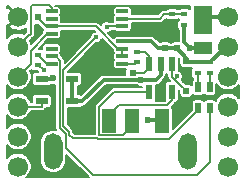
<source format=gbr>
G04 #@! TF.GenerationSoftware,KiCad,Pcbnew,(5.1.9-0-10_14)*
G04 #@! TF.CreationDate,2021-02-12T10:42:39+01:00*
G04 #@! TF.ProjectId,l0_USBA,6c305f55-5342-4412-9e6b-696361645f70,rev?*
G04 #@! TF.SameCoordinates,Original*
G04 #@! TF.FileFunction,Copper,L1,Top*
G04 #@! TF.FilePolarity,Positive*
%FSLAX46Y46*%
G04 Gerber Fmt 4.6, Leading zero omitted, Abs format (unit mm)*
G04 Created by KiCad (PCBNEW (5.1.9-0-10_14)) date 2021-02-12 10:42:39*
%MOMM*%
%LPD*%
G01*
G04 APERTURE LIST*
G04 #@! TA.AperFunction,SMDPad,CuDef*
%ADD10R,1.200000X2.000000*%
G04 #@! TD*
G04 #@! TA.AperFunction,SMDPad,CuDef*
%ADD11R,0.600000X1.200000*%
G04 #@! TD*
G04 #@! TA.AperFunction,SMDPad,CuDef*
%ADD12R,1.000000X0.300000*%
G04 #@! TD*
G04 #@! TA.AperFunction,SMDPad,CuDef*
%ADD13R,1.500000X2.410000*%
G04 #@! TD*
G04 #@! TA.AperFunction,SMDPad,CuDef*
%ADD14R,1.500000X1.050000*%
G04 #@! TD*
G04 #@! TA.AperFunction,SMDPad,CuDef*
%ADD15R,0.500000X0.850000*%
G04 #@! TD*
G04 #@! TA.AperFunction,ComponentPad*
%ADD16C,1.700000*%
G04 #@! TD*
G04 #@! TA.AperFunction,SMDPad,CuDef*
%ADD17R,0.500000X0.600000*%
G04 #@! TD*
G04 #@! TA.AperFunction,SMDPad,CuDef*
%ADD18R,0.600000X0.500000*%
G04 #@! TD*
G04 #@! TA.AperFunction,SMDPad,CuDef*
%ADD19R,0.600000X0.400000*%
G04 #@! TD*
G04 #@! TA.AperFunction,SMDPad,CuDef*
%ADD20R,1.100000X0.600000*%
G04 #@! TD*
G04 #@! TA.AperFunction,ViaPad*
%ADD21C,0.400000*%
G04 #@! TD*
G04 #@! TA.AperFunction,ViaPad*
%ADD22C,0.600000*%
G04 #@! TD*
G04 #@! TA.AperFunction,Conductor*
%ADD23C,0.150000*%
G04 #@! TD*
G04 #@! TA.AperFunction,Conductor*
%ADD24C,0.300000*%
G04 #@! TD*
G04 #@! TA.AperFunction,Conductor*
%ADD25C,0.200000*%
G04 #@! TD*
G04 #@! TA.AperFunction,Conductor*
%ADD26C,0.100000*%
G04 #@! TD*
G04 APERTURE END LIST*
D10*
X93800000Y-116150000D03*
X91800000Y-116150000D03*
X96300000Y-116150000D03*
X89300000Y-116150000D03*
G04 #@! TA.AperFunction,WasherPad*
G36*
G01*
X97700000Y-119500000D02*
X97700000Y-118000000D01*
G75*
G02*
X98500000Y-117200000I800000J0D01*
G01*
X98500000Y-117200000D01*
G75*
G02*
X99300000Y-118000000I0J-800000D01*
G01*
X99300000Y-119500000D01*
G75*
G02*
X98500000Y-120300000I-800000J0D01*
G01*
X98500000Y-120300000D01*
G75*
G02*
X97700000Y-119500000I0J800000D01*
G01*
G37*
G04 #@! TD.AperFunction*
G04 #@! TA.AperFunction,WasherPad*
G36*
G01*
X86300000Y-119500000D02*
X86300000Y-118000000D01*
G75*
G02*
X87100000Y-117200000I800000J0D01*
G01*
X87100000Y-117200000D01*
G75*
G02*
X87900000Y-118000000I0J-800000D01*
G01*
X87900000Y-119500000D01*
G75*
G02*
X87100000Y-120300000I-800000J0D01*
G01*
X87100000Y-120300000D01*
G75*
G02*
X86300000Y-119500000I0J800000D01*
G01*
G37*
G04 #@! TD.AperFunction*
D11*
X97135000Y-111377000D03*
X96185000Y-111377000D03*
X95235000Y-111377000D03*
X97135000Y-113677000D03*
X96185000Y-113677000D03*
X95235000Y-113677000D03*
D12*
X92959200Y-106880500D03*
X92959200Y-107515500D03*
X92959200Y-108150500D03*
X92959200Y-108785500D03*
X92959200Y-109420500D03*
X92959200Y-110055500D03*
X92959200Y-110690500D03*
X92959200Y-111325500D03*
X86964800Y-111325500D03*
X86964800Y-110690500D03*
X86964800Y-110055500D03*
X86964800Y-109420500D03*
X86964800Y-108785500D03*
X86964800Y-108150500D03*
X86964800Y-107515500D03*
X86964800Y-106880500D03*
D13*
X99741000Y-107613000D03*
D14*
X99741000Y-109988000D03*
D15*
X99360500Y-113308000D03*
X99360500Y-115058000D03*
X100360500Y-113308000D03*
X100360500Y-115058000D03*
D16*
X101887500Y-109865000D03*
X101887500Y-107325000D03*
X101887500Y-117485000D03*
X101887500Y-112405000D03*
X101887500Y-120025000D03*
X84112500Y-107325000D03*
X84112500Y-117485000D03*
X84112500Y-112405000D03*
X101887500Y-114945000D03*
X84112500Y-114945000D03*
X84112500Y-120025000D03*
X84112500Y-109865000D03*
D17*
X98344000Y-111088000D03*
X98344000Y-112188000D03*
X97574500Y-110034000D03*
X97574500Y-108934000D03*
X96558500Y-110034000D03*
X96558500Y-108934000D03*
X85771000Y-107405000D03*
X85771000Y-108505000D03*
X98344000Y-113628000D03*
X98344000Y-114728000D03*
D18*
X93814000Y-112146000D03*
X92714000Y-112146000D03*
D19*
X100368500Y-112093000D03*
X100368500Y-111193000D03*
X99352500Y-112093000D03*
X99352500Y-111193000D03*
X97193500Y-107129000D03*
X97193500Y-108029000D03*
X98209500Y-108029000D03*
X98209500Y-107129000D03*
X94153000Y-110299000D03*
X94153000Y-111199000D03*
X85771000Y-111453000D03*
X85771000Y-110553000D03*
D20*
X86114500Y-112593000D03*
X86114500Y-113543000D03*
X86114500Y-114493000D03*
X88714500Y-114493000D03*
X88714500Y-112593000D03*
D21*
X85812500Y-117993000D03*
X96693000Y-112654000D03*
X91732500Y-107325000D03*
X98344000Y-112908000D03*
X90300000Y-115100000D03*
X85390000Y-109352000D03*
X90978000Y-111130000D03*
X88565000Y-109225000D03*
X95042000Y-108209000D03*
X98150000Y-115600000D03*
X91613000Y-108209000D03*
X90724000Y-109098000D03*
D22*
X87114478Y-112527000D03*
X98691000Y-109988000D03*
D21*
X86279000Y-111892000D03*
X97582000Y-112400000D03*
D22*
X95150000Y-116050000D03*
X94553999Y-112696001D03*
D23*
X84962499Y-109015001D02*
X84112500Y-109865000D01*
X85187501Y-108789999D02*
X84962499Y-109015001D01*
X85187501Y-106525497D02*
X85187501Y-108789999D01*
X85340999Y-106371999D02*
X85187501Y-106525497D01*
X86964800Y-106580500D02*
X86756299Y-106371999D01*
X86756299Y-106371999D02*
X85340999Y-106371999D01*
X86964800Y-106880500D02*
X86964800Y-106580500D01*
X92609200Y-110055500D02*
X92959200Y-110055500D01*
X90704200Y-108150500D02*
X92609200Y-110055500D01*
X86964800Y-108150500D02*
X90704200Y-108150500D01*
X92959200Y-110690500D02*
X92959200Y-110055500D01*
X86466500Y-108150500D02*
X86964800Y-108150500D01*
X85771000Y-107455000D02*
X86466500Y-108150500D01*
X85771000Y-107405000D02*
X85771000Y-107455000D01*
X85187501Y-111329999D02*
X85187501Y-110212799D01*
X86614800Y-108785500D02*
X86964800Y-108785500D01*
X85187501Y-110212799D02*
X86614800Y-108785500D01*
X84112500Y-112405000D02*
X85187501Y-111329999D01*
X85771000Y-108971000D02*
X85390000Y-109352000D01*
X85771000Y-108505000D02*
X85771000Y-108971000D01*
X99233000Y-120782000D02*
X90470000Y-120782000D01*
X87639488Y-111705814D02*
X87689801Y-111655501D01*
X100360500Y-115058000D02*
X100360500Y-119654500D01*
X87689801Y-111065501D02*
X87314800Y-110690500D01*
X88174988Y-117454269D02*
X88174988Y-117260267D01*
X87689801Y-111655501D02*
X87689801Y-111065501D01*
X100360500Y-119654500D02*
X99233000Y-120782000D01*
X90470000Y-120782000D02*
X88182481Y-118494481D01*
X87314800Y-110690500D02*
X86964800Y-110690500D01*
X88182481Y-118494481D02*
X88182481Y-117461762D01*
X87639488Y-116724766D02*
X87639488Y-111705814D01*
X88174988Y-117260267D02*
X87639488Y-116724766D01*
X88182481Y-117461762D02*
X88174988Y-117454269D01*
X86614800Y-111325500D02*
X86964800Y-111325500D01*
X85842300Y-110553000D02*
X86614800Y-111325500D01*
X85771000Y-110553000D02*
X85842300Y-110553000D01*
X94026500Y-111325500D02*
X94153000Y-111199000D01*
X92959200Y-111325500D02*
X94026500Y-111325500D01*
D24*
X97574500Y-110034000D02*
X96558500Y-110034000D01*
X101887500Y-109865000D02*
X101696500Y-109865000D01*
X93759200Y-109420500D02*
X92959200Y-109420500D01*
X95395000Y-109420500D02*
X93759200Y-109420500D01*
X101696500Y-109865000D02*
X100368500Y-111193000D01*
X96558500Y-110034000D02*
X96008500Y-110034000D01*
X99352500Y-111193000D02*
X98449000Y-111193000D01*
X98449000Y-111193000D02*
X98344000Y-111088000D01*
X96008500Y-110034000D02*
X95395000Y-109420500D01*
X100368500Y-111193000D02*
X99352500Y-111193000D01*
X98344000Y-111088000D02*
X98344000Y-110803500D01*
X98344000Y-110803500D02*
X97574500Y-110034000D01*
D23*
X91671500Y-108150500D02*
X91613000Y-108209000D01*
X92959200Y-108150500D02*
X91671500Y-108150500D01*
X99360500Y-115233000D02*
X99360500Y-115058000D01*
X90895731Y-117675011D02*
X96918489Y-117675011D01*
X90827720Y-117607000D02*
X90895731Y-117675011D01*
X88751998Y-117607000D02*
X90827720Y-117607000D01*
X88474999Y-117330001D02*
X88751998Y-117607000D01*
X96918489Y-117675011D02*
X99360500Y-115233000D01*
X87939499Y-116600498D02*
X88474999Y-117135999D01*
X87939499Y-111882501D02*
X87939499Y-116600498D01*
X88474999Y-117135999D02*
X88474999Y-117330001D01*
X90724000Y-109098000D02*
X87939499Y-111882501D01*
X92959200Y-107515500D02*
X96116500Y-107515500D01*
X96503000Y-107129000D02*
X97193500Y-107129000D01*
X96116500Y-107515500D02*
X96503000Y-107129000D01*
X98209500Y-107129000D02*
X97193500Y-107129000D01*
D24*
X100029000Y-107325000D02*
X99741000Y-107613000D01*
X101887500Y-107325000D02*
X100029000Y-107325000D01*
X98209500Y-108529000D02*
X98209500Y-108029000D01*
X98209500Y-109506500D02*
X98209500Y-108529000D01*
X98691000Y-109988000D02*
X98209500Y-109506500D01*
X99741000Y-109988000D02*
X98691000Y-109988000D01*
X87048478Y-112593000D02*
X87114478Y-112527000D01*
X86114500Y-112593000D02*
X87048478Y-112593000D01*
D23*
X95235000Y-111677000D02*
X95235000Y-111377000D01*
X94766000Y-112146000D02*
X95235000Y-111677000D01*
X93814000Y-112146000D02*
X94766000Y-112146000D01*
X94603000Y-110299000D02*
X94153000Y-110299000D01*
X95235000Y-110627000D02*
X94907000Y-110299000D01*
X94907000Y-110299000D02*
X94603000Y-110299000D01*
X95235000Y-111377000D02*
X95235000Y-110627000D01*
X97944000Y-113178000D02*
X98344000Y-113578000D01*
X98344000Y-113578000D02*
X98344000Y-113628000D01*
X97894000Y-113178000D02*
X97944000Y-113178000D01*
X97135000Y-111377000D02*
X97135000Y-112419000D01*
X85840000Y-111453000D02*
X86279000Y-111892000D01*
X85771000Y-111453000D02*
X85840000Y-111453000D01*
X97340001Y-112599999D02*
X97328000Y-112612000D01*
X97382001Y-112599999D02*
X97340001Y-112599999D01*
X97582000Y-112400000D02*
X97382001Y-112599999D01*
X97328000Y-112612000D02*
X97894000Y-113178000D01*
X97135000Y-112419000D02*
X97328000Y-112612000D01*
X99352500Y-113300000D02*
X99360500Y-113308000D01*
X99352500Y-112093000D02*
X99352500Y-113300000D01*
X100368500Y-113300000D02*
X100360500Y-113308000D01*
X100368500Y-112093000D02*
X100368500Y-113300000D01*
X86114500Y-114943000D02*
X86114500Y-114493000D01*
X86112500Y-114945000D02*
X86114500Y-114943000D01*
X84112500Y-114945000D02*
X86112500Y-114945000D01*
X93800000Y-116550000D02*
X93800000Y-116150000D01*
X92974999Y-117375001D02*
X93800000Y-116550000D01*
X92267998Y-113677000D02*
X90974999Y-114969999D01*
X91019999Y-117375001D02*
X92974999Y-117375001D01*
X95235000Y-113677000D02*
X92267998Y-113677000D01*
X90974999Y-117330001D02*
X91019999Y-117375001D01*
X90974999Y-114969999D02*
X90974999Y-117330001D01*
X97135000Y-114427000D02*
X96749000Y-114813000D01*
X97135000Y-113677000D02*
X97135000Y-114427000D01*
X96749000Y-114813000D02*
X92637000Y-114813000D01*
X91800000Y-115650000D02*
X91800000Y-116150000D01*
X92637000Y-114813000D02*
X91800000Y-115650000D01*
D24*
X88714500Y-114493000D02*
X88714500Y-112593000D01*
X89564500Y-114493000D02*
X88714500Y-114493000D01*
X91361499Y-112696001D02*
X89564500Y-114493000D01*
X96185000Y-112277000D02*
X95765999Y-112696001D01*
X96185000Y-111377000D02*
X96185000Y-112277000D01*
X91361499Y-112696001D02*
X94553999Y-112696001D01*
X94553999Y-112696001D02*
X95765999Y-112696001D01*
X96200000Y-116050000D02*
X96300000Y-116150000D01*
X95150000Y-116050000D02*
X96200000Y-116050000D01*
D25*
X85257842Y-111866158D02*
X85303523Y-111903647D01*
X85355640Y-111931504D01*
X85412190Y-111948659D01*
X85471000Y-111954451D01*
X85781627Y-111954451D01*
X85789006Y-111991549D01*
X85564500Y-111991549D01*
X85505690Y-111997341D01*
X85449140Y-112014496D01*
X85397023Y-112042353D01*
X85351342Y-112079842D01*
X85313853Y-112125523D01*
X85285996Y-112177640D01*
X85268841Y-112234190D01*
X85263049Y-112293000D01*
X85263049Y-112893000D01*
X85268841Y-112951810D01*
X85285996Y-113008360D01*
X85313853Y-113060477D01*
X85351342Y-113106158D01*
X85397023Y-113143647D01*
X85449140Y-113171504D01*
X85505690Y-113188659D01*
X85564500Y-113194451D01*
X86664500Y-113194451D01*
X86723310Y-113188659D01*
X86779860Y-113171504D01*
X86831977Y-113143647D01*
X86877658Y-113106158D01*
X86894695Y-113085398D01*
X86939464Y-113103942D01*
X87055383Y-113127000D01*
X87173573Y-113127000D01*
X87264489Y-113108916D01*
X87264488Y-116706350D01*
X87262674Y-116724766D01*
X87264488Y-116743182D01*
X87264488Y-116743184D01*
X87269914Y-116798278D01*
X87291357Y-116868965D01*
X87299101Y-116883453D01*
X87319178Y-116921016D01*
X87314883Y-116919713D01*
X87100001Y-116898549D01*
X87099999Y-116898549D01*
X86885117Y-116919713D01*
X86678492Y-116982392D01*
X86488066Y-117084177D01*
X86321156Y-117221157D01*
X86184176Y-117388067D01*
X86082391Y-117578493D01*
X86019712Y-117785118D01*
X85998548Y-118000000D01*
X85998548Y-119500000D01*
X86019712Y-119714882D01*
X86082391Y-119921507D01*
X86184176Y-120111933D01*
X86321156Y-120278843D01*
X86488066Y-120415823D01*
X86678492Y-120517608D01*
X86885117Y-120580287D01*
X87099999Y-120601451D01*
X87100001Y-120601451D01*
X87314883Y-120580287D01*
X87521508Y-120517608D01*
X87711934Y-120415823D01*
X87878844Y-120278843D01*
X88015824Y-120111933D01*
X88117609Y-119921507D01*
X88180288Y-119714882D01*
X88201452Y-119500000D01*
X88201452Y-119043781D01*
X90102670Y-120945000D01*
X84805567Y-120945000D01*
X84845582Y-120918263D01*
X85005763Y-120758082D01*
X85131616Y-120569729D01*
X85218306Y-120360443D01*
X85262500Y-120138265D01*
X85262500Y-119911735D01*
X85218306Y-119689557D01*
X85131616Y-119480271D01*
X85005763Y-119291918D01*
X84845582Y-119131737D01*
X84657229Y-119005884D01*
X84447943Y-118919194D01*
X84225765Y-118875000D01*
X83999235Y-118875000D01*
X83777057Y-118919194D01*
X83567771Y-119005884D01*
X83379418Y-119131737D01*
X83219237Y-119291918D01*
X83191286Y-119333750D01*
X83192045Y-118177385D01*
X83219237Y-118218082D01*
X83379418Y-118378263D01*
X83567771Y-118504116D01*
X83777057Y-118590806D01*
X83999235Y-118635000D01*
X84225765Y-118635000D01*
X84447943Y-118590806D01*
X84657229Y-118504116D01*
X84845582Y-118378263D01*
X85005763Y-118218082D01*
X85131616Y-118029729D01*
X85218306Y-117820443D01*
X85262500Y-117598265D01*
X85262500Y-117371735D01*
X85218306Y-117149557D01*
X85131616Y-116940271D01*
X85005763Y-116751918D01*
X84845582Y-116591737D01*
X84657229Y-116465884D01*
X84447943Y-116379194D01*
X84225765Y-116335000D01*
X83999235Y-116335000D01*
X83777057Y-116379194D01*
X83567771Y-116465884D01*
X83379418Y-116591737D01*
X83219237Y-116751918D01*
X83192954Y-116791254D01*
X83193709Y-115639877D01*
X83219237Y-115678082D01*
X83379418Y-115838263D01*
X83567771Y-115964116D01*
X83777057Y-116050806D01*
X83999235Y-116095000D01*
X84225765Y-116095000D01*
X84447943Y-116050806D01*
X84657229Y-115964116D01*
X84845582Y-115838263D01*
X85005763Y-115678082D01*
X85131616Y-115489729D01*
X85201921Y-115320000D01*
X86094084Y-115320000D01*
X86112500Y-115321814D01*
X86130916Y-115320000D01*
X86130919Y-115320000D01*
X86186013Y-115314574D01*
X86256700Y-115293131D01*
X86321847Y-115258309D01*
X86378948Y-115211448D01*
X86379850Y-115210349D01*
X86380948Y-115209448D01*
X86427809Y-115152347D01*
X86458755Y-115094451D01*
X86664500Y-115094451D01*
X86723310Y-115088659D01*
X86779860Y-115071504D01*
X86831977Y-115043647D01*
X86877658Y-115006158D01*
X86915147Y-114960477D01*
X86943004Y-114908360D01*
X86960159Y-114851810D01*
X86965951Y-114793000D01*
X86965951Y-114193000D01*
X86960159Y-114134190D01*
X86943004Y-114077640D01*
X86915147Y-114025523D01*
X86877658Y-113979842D01*
X86831977Y-113942353D01*
X86779860Y-113914496D01*
X86723310Y-113897341D01*
X86664500Y-113891549D01*
X85564500Y-113891549D01*
X85505690Y-113897341D01*
X85449140Y-113914496D01*
X85397023Y-113942353D01*
X85351342Y-113979842D01*
X85313853Y-114025523D01*
X85285996Y-114077640D01*
X85268841Y-114134190D01*
X85263049Y-114193000D01*
X85263049Y-114570000D01*
X85201921Y-114570000D01*
X85131616Y-114400271D01*
X85005763Y-114211918D01*
X84845582Y-114051737D01*
X84657229Y-113925884D01*
X84447943Y-113839194D01*
X84225765Y-113795000D01*
X83999235Y-113795000D01*
X83777057Y-113839194D01*
X83567771Y-113925884D01*
X83379418Y-114051737D01*
X83219237Y-114211918D01*
X83194622Y-114248758D01*
X83195374Y-113102368D01*
X83219237Y-113138082D01*
X83379418Y-113298263D01*
X83567771Y-113424116D01*
X83777057Y-113510806D01*
X83999235Y-113555000D01*
X84225765Y-113555000D01*
X84447943Y-113510806D01*
X84657229Y-113424116D01*
X84845582Y-113298263D01*
X85005763Y-113138082D01*
X85131616Y-112949729D01*
X85218306Y-112740443D01*
X85262500Y-112518265D01*
X85262500Y-112291735D01*
X85218306Y-112069557D01*
X85148001Y-111899828D01*
X85223508Y-111824322D01*
X85257842Y-111866158D01*
G04 #@! TA.AperFunction,Conductor*
D26*
G36*
X85257842Y-111866158D02*
G01*
X85303523Y-111903647D01*
X85355640Y-111931504D01*
X85412190Y-111948659D01*
X85471000Y-111954451D01*
X85781627Y-111954451D01*
X85789006Y-111991549D01*
X85564500Y-111991549D01*
X85505690Y-111997341D01*
X85449140Y-112014496D01*
X85397023Y-112042353D01*
X85351342Y-112079842D01*
X85313853Y-112125523D01*
X85285996Y-112177640D01*
X85268841Y-112234190D01*
X85263049Y-112293000D01*
X85263049Y-112893000D01*
X85268841Y-112951810D01*
X85285996Y-113008360D01*
X85313853Y-113060477D01*
X85351342Y-113106158D01*
X85397023Y-113143647D01*
X85449140Y-113171504D01*
X85505690Y-113188659D01*
X85564500Y-113194451D01*
X86664500Y-113194451D01*
X86723310Y-113188659D01*
X86779860Y-113171504D01*
X86831977Y-113143647D01*
X86877658Y-113106158D01*
X86894695Y-113085398D01*
X86939464Y-113103942D01*
X87055383Y-113127000D01*
X87173573Y-113127000D01*
X87264489Y-113108916D01*
X87264488Y-116706350D01*
X87262674Y-116724766D01*
X87264488Y-116743182D01*
X87264488Y-116743184D01*
X87269914Y-116798278D01*
X87291357Y-116868965D01*
X87299101Y-116883453D01*
X87319178Y-116921016D01*
X87314883Y-116919713D01*
X87100001Y-116898549D01*
X87099999Y-116898549D01*
X86885117Y-116919713D01*
X86678492Y-116982392D01*
X86488066Y-117084177D01*
X86321156Y-117221157D01*
X86184176Y-117388067D01*
X86082391Y-117578493D01*
X86019712Y-117785118D01*
X85998548Y-118000000D01*
X85998548Y-119500000D01*
X86019712Y-119714882D01*
X86082391Y-119921507D01*
X86184176Y-120111933D01*
X86321156Y-120278843D01*
X86488066Y-120415823D01*
X86678492Y-120517608D01*
X86885117Y-120580287D01*
X87099999Y-120601451D01*
X87100001Y-120601451D01*
X87314883Y-120580287D01*
X87521508Y-120517608D01*
X87711934Y-120415823D01*
X87878844Y-120278843D01*
X88015824Y-120111933D01*
X88117609Y-119921507D01*
X88180288Y-119714882D01*
X88201452Y-119500000D01*
X88201452Y-119043781D01*
X90102670Y-120945000D01*
X84805567Y-120945000D01*
X84845582Y-120918263D01*
X85005763Y-120758082D01*
X85131616Y-120569729D01*
X85218306Y-120360443D01*
X85262500Y-120138265D01*
X85262500Y-119911735D01*
X85218306Y-119689557D01*
X85131616Y-119480271D01*
X85005763Y-119291918D01*
X84845582Y-119131737D01*
X84657229Y-119005884D01*
X84447943Y-118919194D01*
X84225765Y-118875000D01*
X83999235Y-118875000D01*
X83777057Y-118919194D01*
X83567771Y-119005884D01*
X83379418Y-119131737D01*
X83219237Y-119291918D01*
X83191286Y-119333750D01*
X83192045Y-118177385D01*
X83219237Y-118218082D01*
X83379418Y-118378263D01*
X83567771Y-118504116D01*
X83777057Y-118590806D01*
X83999235Y-118635000D01*
X84225765Y-118635000D01*
X84447943Y-118590806D01*
X84657229Y-118504116D01*
X84845582Y-118378263D01*
X85005763Y-118218082D01*
X85131616Y-118029729D01*
X85218306Y-117820443D01*
X85262500Y-117598265D01*
X85262500Y-117371735D01*
X85218306Y-117149557D01*
X85131616Y-116940271D01*
X85005763Y-116751918D01*
X84845582Y-116591737D01*
X84657229Y-116465884D01*
X84447943Y-116379194D01*
X84225765Y-116335000D01*
X83999235Y-116335000D01*
X83777057Y-116379194D01*
X83567771Y-116465884D01*
X83379418Y-116591737D01*
X83219237Y-116751918D01*
X83192954Y-116791254D01*
X83193709Y-115639877D01*
X83219237Y-115678082D01*
X83379418Y-115838263D01*
X83567771Y-115964116D01*
X83777057Y-116050806D01*
X83999235Y-116095000D01*
X84225765Y-116095000D01*
X84447943Y-116050806D01*
X84657229Y-115964116D01*
X84845582Y-115838263D01*
X85005763Y-115678082D01*
X85131616Y-115489729D01*
X85201921Y-115320000D01*
X86094084Y-115320000D01*
X86112500Y-115321814D01*
X86130916Y-115320000D01*
X86130919Y-115320000D01*
X86186013Y-115314574D01*
X86256700Y-115293131D01*
X86321847Y-115258309D01*
X86378948Y-115211448D01*
X86379850Y-115210349D01*
X86380948Y-115209448D01*
X86427809Y-115152347D01*
X86458755Y-115094451D01*
X86664500Y-115094451D01*
X86723310Y-115088659D01*
X86779860Y-115071504D01*
X86831977Y-115043647D01*
X86877658Y-115006158D01*
X86915147Y-114960477D01*
X86943004Y-114908360D01*
X86960159Y-114851810D01*
X86965951Y-114793000D01*
X86965951Y-114193000D01*
X86960159Y-114134190D01*
X86943004Y-114077640D01*
X86915147Y-114025523D01*
X86877658Y-113979842D01*
X86831977Y-113942353D01*
X86779860Y-113914496D01*
X86723310Y-113897341D01*
X86664500Y-113891549D01*
X85564500Y-113891549D01*
X85505690Y-113897341D01*
X85449140Y-113914496D01*
X85397023Y-113942353D01*
X85351342Y-113979842D01*
X85313853Y-114025523D01*
X85285996Y-114077640D01*
X85268841Y-114134190D01*
X85263049Y-114193000D01*
X85263049Y-114570000D01*
X85201921Y-114570000D01*
X85131616Y-114400271D01*
X85005763Y-114211918D01*
X84845582Y-114051737D01*
X84657229Y-113925884D01*
X84447943Y-113839194D01*
X84225765Y-113795000D01*
X83999235Y-113795000D01*
X83777057Y-113839194D01*
X83567771Y-113925884D01*
X83379418Y-114051737D01*
X83219237Y-114211918D01*
X83194622Y-114248758D01*
X83195374Y-113102368D01*
X83219237Y-113138082D01*
X83379418Y-113298263D01*
X83567771Y-113424116D01*
X83777057Y-113510806D01*
X83999235Y-113555000D01*
X84225765Y-113555000D01*
X84447943Y-113510806D01*
X84657229Y-113424116D01*
X84845582Y-113298263D01*
X85005763Y-113138082D01*
X85131616Y-112949729D01*
X85218306Y-112740443D01*
X85262500Y-112518265D01*
X85262500Y-112291735D01*
X85218306Y-112069557D01*
X85148001Y-111899828D01*
X85223508Y-111824322D01*
X85257842Y-111866158D01*
G37*
G04 #@! TD.AperFunction*
D25*
X94171521Y-113162051D02*
X94269792Y-113227714D01*
X94378985Y-113272943D01*
X94494904Y-113296001D01*
X94613094Y-113296001D01*
X94633549Y-113291932D01*
X94633549Y-113302000D01*
X92286414Y-113302000D01*
X92267998Y-113300186D01*
X92249582Y-113302000D01*
X92249579Y-113302000D01*
X92194485Y-113307426D01*
X92123798Y-113328869D01*
X92103105Y-113339930D01*
X92058651Y-113363690D01*
X92029827Y-113387346D01*
X92001550Y-113410552D01*
X91989807Y-113424861D01*
X90722865Y-114691804D01*
X90708551Y-114703551D01*
X90661690Y-114760653D01*
X90626868Y-114825800D01*
X90605425Y-114896487D01*
X90601451Y-114936842D01*
X90598185Y-114969999D01*
X90599999Y-114988415D01*
X90600000Y-117232000D01*
X88907328Y-117232000D01*
X88849999Y-117174672D01*
X88849999Y-117154415D01*
X88851813Y-117135999D01*
X88847498Y-117092188D01*
X88844573Y-117062486D01*
X88823130Y-116991799D01*
X88788308Y-116926652D01*
X88741447Y-116869551D01*
X88727140Y-116857810D01*
X88314499Y-116445168D01*
X88314499Y-115094451D01*
X89264500Y-115094451D01*
X89323310Y-115088659D01*
X89379860Y-115071504D01*
X89431977Y-115043647D01*
X89477658Y-115006158D01*
X89515147Y-114960477D01*
X89524489Y-114943000D01*
X89542406Y-114943000D01*
X89564500Y-114945176D01*
X89586594Y-114943000D01*
X89586605Y-114943000D01*
X89652715Y-114936489D01*
X89737541Y-114910757D01*
X89815716Y-114868971D01*
X89884237Y-114812737D01*
X89898329Y-114795566D01*
X91547895Y-113146001D01*
X94155471Y-113146001D01*
X94171521Y-113162051D01*
G04 #@! TA.AperFunction,Conductor*
D26*
G36*
X94171521Y-113162051D02*
G01*
X94269792Y-113227714D01*
X94378985Y-113272943D01*
X94494904Y-113296001D01*
X94613094Y-113296001D01*
X94633549Y-113291932D01*
X94633549Y-113302000D01*
X92286414Y-113302000D01*
X92267998Y-113300186D01*
X92249582Y-113302000D01*
X92249579Y-113302000D01*
X92194485Y-113307426D01*
X92123798Y-113328869D01*
X92103105Y-113339930D01*
X92058651Y-113363690D01*
X92029827Y-113387346D01*
X92001550Y-113410552D01*
X91989807Y-113424861D01*
X90722865Y-114691804D01*
X90708551Y-114703551D01*
X90661690Y-114760653D01*
X90626868Y-114825800D01*
X90605425Y-114896487D01*
X90601451Y-114936842D01*
X90598185Y-114969999D01*
X90599999Y-114988415D01*
X90600000Y-117232000D01*
X88907328Y-117232000D01*
X88849999Y-117174672D01*
X88849999Y-117154415D01*
X88851813Y-117135999D01*
X88847498Y-117092188D01*
X88844573Y-117062486D01*
X88823130Y-116991799D01*
X88788308Y-116926652D01*
X88741447Y-116869551D01*
X88727140Y-116857810D01*
X88314499Y-116445168D01*
X88314499Y-115094451D01*
X89264500Y-115094451D01*
X89323310Y-115088659D01*
X89379860Y-115071504D01*
X89431977Y-115043647D01*
X89477658Y-115006158D01*
X89515147Y-114960477D01*
X89524489Y-114943000D01*
X89542406Y-114943000D01*
X89564500Y-114945176D01*
X89586594Y-114943000D01*
X89586605Y-114943000D01*
X89652715Y-114936489D01*
X89737541Y-114910757D01*
X89815716Y-114868971D01*
X89884237Y-114812737D01*
X89898329Y-114795566D01*
X91547895Y-113146001D01*
X94155471Y-113146001D01*
X94171521Y-113162051D01*
G37*
G04 #@! TD.AperFunction*
D25*
X100994237Y-113138082D02*
X101154418Y-113298263D01*
X101342771Y-113424116D01*
X101552057Y-113510806D01*
X101774235Y-113555000D01*
X102000765Y-113555000D01*
X102222943Y-113510806D01*
X102432229Y-113424116D01*
X102620582Y-113298263D01*
X102780763Y-113138082D01*
X102804626Y-113102368D01*
X102805378Y-114248758D01*
X102780763Y-114211918D01*
X102620582Y-114051737D01*
X102432229Y-113925884D01*
X102222943Y-113839194D01*
X102000765Y-113795000D01*
X101774235Y-113795000D01*
X101552057Y-113839194D01*
X101342771Y-113925884D01*
X101154418Y-114051737D01*
X100994237Y-114211918D01*
X100868384Y-114400271D01*
X100847994Y-114449496D01*
X100823658Y-114419842D01*
X100777977Y-114382353D01*
X100725860Y-114354496D01*
X100669310Y-114337341D01*
X100610500Y-114331549D01*
X100110500Y-114331549D01*
X100051690Y-114337341D01*
X99995140Y-114354496D01*
X99943023Y-114382353D01*
X99897342Y-114419842D01*
X99860500Y-114464735D01*
X99823658Y-114419842D01*
X99777977Y-114382353D01*
X99725860Y-114354496D01*
X99669310Y-114337341D01*
X99610500Y-114331549D01*
X99110500Y-114331549D01*
X99051690Y-114337341D01*
X98995140Y-114354496D01*
X98943023Y-114382353D01*
X98897342Y-114419842D01*
X98859853Y-114465523D01*
X98831996Y-114517640D01*
X98814841Y-114574190D01*
X98809049Y-114633000D01*
X98809049Y-115254121D01*
X97201451Y-116861720D01*
X97201451Y-115150000D01*
X97195659Y-115091190D01*
X97178504Y-115034640D01*
X97150647Y-114982523D01*
X97132238Y-114960091D01*
X97387139Y-114705191D01*
X97401448Y-114693448D01*
X97431614Y-114656690D01*
X97448309Y-114636348D01*
X97481714Y-114573850D01*
X97493810Y-114572659D01*
X97550360Y-114555504D01*
X97602477Y-114527647D01*
X97648158Y-114490158D01*
X97685647Y-114444477D01*
X97713504Y-114392360D01*
X97730659Y-114335810D01*
X97736451Y-114277000D01*
X97736451Y-113518996D01*
X97749800Y-113526131D01*
X97767028Y-113531357D01*
X97792549Y-113556878D01*
X97792549Y-113928000D01*
X97798341Y-113986810D01*
X97815496Y-114043360D01*
X97843353Y-114095477D01*
X97880842Y-114141158D01*
X97926523Y-114178647D01*
X97978640Y-114206504D01*
X98035190Y-114223659D01*
X98094000Y-114229451D01*
X98594000Y-114229451D01*
X98652810Y-114223659D01*
X98709360Y-114206504D01*
X98761477Y-114178647D01*
X98807158Y-114141158D01*
X98844647Y-114095477D01*
X98872504Y-114043360D01*
X98889659Y-113986810D01*
X98894057Y-113942155D01*
X98897342Y-113946158D01*
X98943023Y-113983647D01*
X98995140Y-114011504D01*
X99051690Y-114028659D01*
X99110500Y-114034451D01*
X99610500Y-114034451D01*
X99669310Y-114028659D01*
X99725860Y-114011504D01*
X99777977Y-113983647D01*
X99823658Y-113946158D01*
X99860500Y-113901265D01*
X99897342Y-113946158D01*
X99943023Y-113983647D01*
X99995140Y-114011504D01*
X100051690Y-114028659D01*
X100110500Y-114034451D01*
X100610500Y-114034451D01*
X100669310Y-114028659D01*
X100725860Y-114011504D01*
X100777977Y-113983647D01*
X100823658Y-113946158D01*
X100861147Y-113900477D01*
X100889004Y-113848360D01*
X100906159Y-113791810D01*
X100911951Y-113733000D01*
X100911951Y-113014932D01*
X100994237Y-113138082D01*
G04 #@! TA.AperFunction,Conductor*
D26*
G36*
X100994237Y-113138082D02*
G01*
X101154418Y-113298263D01*
X101342771Y-113424116D01*
X101552057Y-113510806D01*
X101774235Y-113555000D01*
X102000765Y-113555000D01*
X102222943Y-113510806D01*
X102432229Y-113424116D01*
X102620582Y-113298263D01*
X102780763Y-113138082D01*
X102804626Y-113102368D01*
X102805378Y-114248758D01*
X102780763Y-114211918D01*
X102620582Y-114051737D01*
X102432229Y-113925884D01*
X102222943Y-113839194D01*
X102000765Y-113795000D01*
X101774235Y-113795000D01*
X101552057Y-113839194D01*
X101342771Y-113925884D01*
X101154418Y-114051737D01*
X100994237Y-114211918D01*
X100868384Y-114400271D01*
X100847994Y-114449496D01*
X100823658Y-114419842D01*
X100777977Y-114382353D01*
X100725860Y-114354496D01*
X100669310Y-114337341D01*
X100610500Y-114331549D01*
X100110500Y-114331549D01*
X100051690Y-114337341D01*
X99995140Y-114354496D01*
X99943023Y-114382353D01*
X99897342Y-114419842D01*
X99860500Y-114464735D01*
X99823658Y-114419842D01*
X99777977Y-114382353D01*
X99725860Y-114354496D01*
X99669310Y-114337341D01*
X99610500Y-114331549D01*
X99110500Y-114331549D01*
X99051690Y-114337341D01*
X98995140Y-114354496D01*
X98943023Y-114382353D01*
X98897342Y-114419842D01*
X98859853Y-114465523D01*
X98831996Y-114517640D01*
X98814841Y-114574190D01*
X98809049Y-114633000D01*
X98809049Y-115254121D01*
X97201451Y-116861720D01*
X97201451Y-115150000D01*
X97195659Y-115091190D01*
X97178504Y-115034640D01*
X97150647Y-114982523D01*
X97132238Y-114960091D01*
X97387139Y-114705191D01*
X97401448Y-114693448D01*
X97431614Y-114656690D01*
X97448309Y-114636348D01*
X97481714Y-114573850D01*
X97493810Y-114572659D01*
X97550360Y-114555504D01*
X97602477Y-114527647D01*
X97648158Y-114490158D01*
X97685647Y-114444477D01*
X97713504Y-114392360D01*
X97730659Y-114335810D01*
X97736451Y-114277000D01*
X97736451Y-113518996D01*
X97749800Y-113526131D01*
X97767028Y-113531357D01*
X97792549Y-113556878D01*
X97792549Y-113928000D01*
X97798341Y-113986810D01*
X97815496Y-114043360D01*
X97843353Y-114095477D01*
X97880842Y-114141158D01*
X97926523Y-114178647D01*
X97978640Y-114206504D01*
X98035190Y-114223659D01*
X98094000Y-114229451D01*
X98594000Y-114229451D01*
X98652810Y-114223659D01*
X98709360Y-114206504D01*
X98761477Y-114178647D01*
X98807158Y-114141158D01*
X98844647Y-114095477D01*
X98872504Y-114043360D01*
X98889659Y-113986810D01*
X98894057Y-113942155D01*
X98897342Y-113946158D01*
X98943023Y-113983647D01*
X98995140Y-114011504D01*
X99051690Y-114028659D01*
X99110500Y-114034451D01*
X99610500Y-114034451D01*
X99669310Y-114028659D01*
X99725860Y-114011504D01*
X99777977Y-113983647D01*
X99823658Y-113946158D01*
X99860500Y-113901265D01*
X99897342Y-113946158D01*
X99943023Y-113983647D01*
X99995140Y-114011504D01*
X100051690Y-114028659D01*
X100110500Y-114034451D01*
X100610500Y-114034451D01*
X100669310Y-114028659D01*
X100725860Y-114011504D01*
X100777977Y-113983647D01*
X100823658Y-113946158D01*
X100861147Y-113900477D01*
X100889004Y-113848360D01*
X100906159Y-113791810D01*
X100911951Y-113733000D01*
X100911951Y-113014932D01*
X100994237Y-113138082D01*
G37*
G04 #@! TD.AperFunction*
D25*
X96667523Y-112227647D02*
X96719640Y-112255504D01*
X96760001Y-112267748D01*
X96760001Y-112400574D01*
X96758186Y-112419000D01*
X96762272Y-112460477D01*
X96765427Y-112492513D01*
X96775733Y-112526486D01*
X96786870Y-112563200D01*
X96821691Y-112628346D01*
X96828661Y-112636839D01*
X96868553Y-112685448D01*
X96882862Y-112697191D01*
X96961220Y-112775549D01*
X96835000Y-112775549D01*
X96776190Y-112781341D01*
X96719640Y-112798496D01*
X96667523Y-112826353D01*
X96621842Y-112863842D01*
X96584353Y-112909523D01*
X96556496Y-112961640D01*
X96539341Y-113018190D01*
X96533549Y-113077000D01*
X96533549Y-114277000D01*
X96539341Y-114335810D01*
X96556496Y-114392360D01*
X96580891Y-114438000D01*
X95789109Y-114438000D01*
X95813504Y-114392360D01*
X95830659Y-114335810D01*
X95836451Y-114277000D01*
X95836451Y-113141239D01*
X95854214Y-113139490D01*
X95939040Y-113113758D01*
X96017215Y-113071972D01*
X96085736Y-113015738D01*
X96099827Y-112998568D01*
X96487572Y-112610824D01*
X96504737Y-112596737D01*
X96518824Y-112579572D01*
X96518828Y-112579568D01*
X96560971Y-112528217D01*
X96602757Y-112450041D01*
X96604351Y-112444785D01*
X96628489Y-112365215D01*
X96635000Y-112299105D01*
X96635000Y-112299095D01*
X96637176Y-112277000D01*
X96635000Y-112254906D01*
X96635000Y-112236989D01*
X96652477Y-112227647D01*
X96660000Y-112221473D01*
X96667523Y-112227647D01*
G04 #@! TA.AperFunction,Conductor*
D26*
G36*
X96667523Y-112227647D02*
G01*
X96719640Y-112255504D01*
X96760001Y-112267748D01*
X96760001Y-112400574D01*
X96758186Y-112419000D01*
X96762272Y-112460477D01*
X96765427Y-112492513D01*
X96775733Y-112526486D01*
X96786870Y-112563200D01*
X96821691Y-112628346D01*
X96828661Y-112636839D01*
X96868553Y-112685448D01*
X96882862Y-112697191D01*
X96961220Y-112775549D01*
X96835000Y-112775549D01*
X96776190Y-112781341D01*
X96719640Y-112798496D01*
X96667523Y-112826353D01*
X96621842Y-112863842D01*
X96584353Y-112909523D01*
X96556496Y-112961640D01*
X96539341Y-113018190D01*
X96533549Y-113077000D01*
X96533549Y-114277000D01*
X96539341Y-114335810D01*
X96556496Y-114392360D01*
X96580891Y-114438000D01*
X95789109Y-114438000D01*
X95813504Y-114392360D01*
X95830659Y-114335810D01*
X95836451Y-114277000D01*
X95836451Y-113141239D01*
X95854214Y-113139490D01*
X95939040Y-113113758D01*
X96017215Y-113071972D01*
X96085736Y-113015738D01*
X96099827Y-112998568D01*
X96487572Y-112610824D01*
X96504737Y-112596737D01*
X96518824Y-112579572D01*
X96518828Y-112579568D01*
X96560971Y-112528217D01*
X96602757Y-112450041D01*
X96604351Y-112444785D01*
X96628489Y-112365215D01*
X96635000Y-112299105D01*
X96635000Y-112299095D01*
X96637176Y-112277000D01*
X96635000Y-112254906D01*
X96635000Y-112236989D01*
X96652477Y-112227647D01*
X96660000Y-112221473D01*
X96667523Y-112227647D01*
G37*
G04 #@! TD.AperFunction*
D25*
X92157749Y-110134379D02*
X92157749Y-110205500D01*
X92163541Y-110264310D01*
X92180696Y-110320860D01*
X92208553Y-110372977D01*
X92208572Y-110373000D01*
X92208553Y-110373023D01*
X92180696Y-110425140D01*
X92163541Y-110481690D01*
X92157749Y-110540500D01*
X92157749Y-110840500D01*
X92163541Y-110899310D01*
X92180696Y-110955860D01*
X92208553Y-111007977D01*
X92208572Y-111008000D01*
X92208553Y-111008023D01*
X92180696Y-111060140D01*
X92163541Y-111116690D01*
X92157749Y-111175500D01*
X92157749Y-111475500D01*
X92163541Y-111534310D01*
X92180696Y-111590860D01*
X92208553Y-111642977D01*
X92246042Y-111688658D01*
X92291723Y-111726147D01*
X92343840Y-111754004D01*
X92400390Y-111771159D01*
X92459200Y-111776951D01*
X93237468Y-111776951D01*
X93235496Y-111780640D01*
X93218341Y-111837190D01*
X93212549Y-111896000D01*
X93212549Y-112246001D01*
X91383590Y-112246001D01*
X91361498Y-112243825D01*
X91339406Y-112246001D01*
X91339394Y-112246001D01*
X91273284Y-112252512D01*
X91192559Y-112277000D01*
X91188458Y-112278244D01*
X91110282Y-112320030D01*
X91058931Y-112362173D01*
X91058927Y-112362177D01*
X91041762Y-112376264D01*
X91027675Y-112393429D01*
X89457668Y-113963437D01*
X89431977Y-113942353D01*
X89379860Y-113914496D01*
X89323310Y-113897341D01*
X89264500Y-113891549D01*
X89164500Y-113891549D01*
X89164500Y-113194451D01*
X89264500Y-113194451D01*
X89323310Y-113188659D01*
X89379860Y-113171504D01*
X89431977Y-113143647D01*
X89477658Y-113106158D01*
X89515147Y-113060477D01*
X89543004Y-113008360D01*
X89560159Y-112951810D01*
X89565951Y-112893000D01*
X89565951Y-112293000D01*
X89560159Y-112234190D01*
X89543004Y-112177640D01*
X89515147Y-112125523D01*
X89477658Y-112079842D01*
X89431977Y-112042353D01*
X89379860Y-112014496D01*
X89323310Y-111997341D01*
X89264500Y-111991549D01*
X88360780Y-111991549D01*
X90754330Y-109598000D01*
X90773246Y-109598000D01*
X90869845Y-109578785D01*
X90960839Y-109541094D01*
X91042731Y-109486375D01*
X91112375Y-109416731D01*
X91167094Y-109334839D01*
X91204785Y-109243845D01*
X91215143Y-109191772D01*
X92157749Y-110134379D01*
G04 #@! TA.AperFunction,Conductor*
D26*
G36*
X92157749Y-110134379D02*
G01*
X92157749Y-110205500D01*
X92163541Y-110264310D01*
X92180696Y-110320860D01*
X92208553Y-110372977D01*
X92208572Y-110373000D01*
X92208553Y-110373023D01*
X92180696Y-110425140D01*
X92163541Y-110481690D01*
X92157749Y-110540500D01*
X92157749Y-110840500D01*
X92163541Y-110899310D01*
X92180696Y-110955860D01*
X92208553Y-111007977D01*
X92208572Y-111008000D01*
X92208553Y-111008023D01*
X92180696Y-111060140D01*
X92163541Y-111116690D01*
X92157749Y-111175500D01*
X92157749Y-111475500D01*
X92163541Y-111534310D01*
X92180696Y-111590860D01*
X92208553Y-111642977D01*
X92246042Y-111688658D01*
X92291723Y-111726147D01*
X92343840Y-111754004D01*
X92400390Y-111771159D01*
X92459200Y-111776951D01*
X93237468Y-111776951D01*
X93235496Y-111780640D01*
X93218341Y-111837190D01*
X93212549Y-111896000D01*
X93212549Y-112246001D01*
X91383590Y-112246001D01*
X91361498Y-112243825D01*
X91339406Y-112246001D01*
X91339394Y-112246001D01*
X91273284Y-112252512D01*
X91192559Y-112277000D01*
X91188458Y-112278244D01*
X91110282Y-112320030D01*
X91058931Y-112362173D01*
X91058927Y-112362177D01*
X91041762Y-112376264D01*
X91027675Y-112393429D01*
X89457668Y-113963437D01*
X89431977Y-113942353D01*
X89379860Y-113914496D01*
X89323310Y-113897341D01*
X89264500Y-113891549D01*
X89164500Y-113891549D01*
X89164500Y-113194451D01*
X89264500Y-113194451D01*
X89323310Y-113188659D01*
X89379860Y-113171504D01*
X89431977Y-113143647D01*
X89477658Y-113106158D01*
X89515147Y-113060477D01*
X89543004Y-113008360D01*
X89560159Y-112951810D01*
X89565951Y-112893000D01*
X89565951Y-112293000D01*
X89560159Y-112234190D01*
X89543004Y-112177640D01*
X89515147Y-112125523D01*
X89477658Y-112079842D01*
X89431977Y-112042353D01*
X89379860Y-112014496D01*
X89323310Y-111997341D01*
X89264500Y-111991549D01*
X88360780Y-111991549D01*
X90754330Y-109598000D01*
X90773246Y-109598000D01*
X90869845Y-109578785D01*
X90960839Y-109541094D01*
X91042731Y-109486375D01*
X91112375Y-109416731D01*
X91167094Y-109334839D01*
X91204785Y-109243845D01*
X91215143Y-109191772D01*
X92157749Y-110134379D01*
G37*
G04 #@! TD.AperFunction*
D25*
X97792549Y-110888445D02*
X97792549Y-111388000D01*
X97798341Y-111446810D01*
X97815496Y-111503360D01*
X97843353Y-111555477D01*
X97880842Y-111601158D01*
X97926523Y-111638647D01*
X97978640Y-111666504D01*
X98035190Y-111683659D01*
X98094000Y-111689451D01*
X98594000Y-111689451D01*
X98652810Y-111683659D01*
X98709360Y-111666504D01*
X98753333Y-111643000D01*
X98884235Y-111643000D01*
X98839342Y-111679842D01*
X98801853Y-111725523D01*
X98773996Y-111777640D01*
X98756841Y-111834190D01*
X98751049Y-111893000D01*
X98751049Y-112293000D01*
X98756841Y-112351810D01*
X98773996Y-112408360D01*
X98801853Y-112460477D01*
X98839342Y-112506158D01*
X98885023Y-112543647D01*
X98937140Y-112571504D01*
X98977500Y-112583748D01*
X98977500Y-112613925D01*
X98943023Y-112632353D01*
X98897342Y-112669842D01*
X98859853Y-112715523D01*
X98831996Y-112767640D01*
X98814841Y-112824190D01*
X98809049Y-112883000D01*
X98809049Y-113117146D01*
X98807158Y-113114842D01*
X98761477Y-113077353D01*
X98709360Y-113049496D01*
X98652810Y-113032341D01*
X98594000Y-113026549D01*
X98322878Y-113026549D01*
X98222195Y-112925866D01*
X98210448Y-112911552D01*
X98153347Y-112864691D01*
X98088200Y-112829869D01*
X98070973Y-112824643D01*
X97967718Y-112721388D01*
X97970375Y-112718731D01*
X98025094Y-112636839D01*
X98062785Y-112545845D01*
X98082000Y-112449246D01*
X98082000Y-112350754D01*
X98062785Y-112254155D01*
X98025094Y-112163161D01*
X97970375Y-112081269D01*
X97900731Y-112011625D01*
X97818839Y-111956906D01*
X97736451Y-111922780D01*
X97736451Y-110832347D01*
X97792549Y-110888445D01*
G04 #@! TA.AperFunction,Conductor*
D26*
G36*
X97792549Y-110888445D02*
G01*
X97792549Y-111388000D01*
X97798341Y-111446810D01*
X97815496Y-111503360D01*
X97843353Y-111555477D01*
X97880842Y-111601158D01*
X97926523Y-111638647D01*
X97978640Y-111666504D01*
X98035190Y-111683659D01*
X98094000Y-111689451D01*
X98594000Y-111689451D01*
X98652810Y-111683659D01*
X98709360Y-111666504D01*
X98753333Y-111643000D01*
X98884235Y-111643000D01*
X98839342Y-111679842D01*
X98801853Y-111725523D01*
X98773996Y-111777640D01*
X98756841Y-111834190D01*
X98751049Y-111893000D01*
X98751049Y-112293000D01*
X98756841Y-112351810D01*
X98773996Y-112408360D01*
X98801853Y-112460477D01*
X98839342Y-112506158D01*
X98885023Y-112543647D01*
X98937140Y-112571504D01*
X98977500Y-112583748D01*
X98977500Y-112613925D01*
X98943023Y-112632353D01*
X98897342Y-112669842D01*
X98859853Y-112715523D01*
X98831996Y-112767640D01*
X98814841Y-112824190D01*
X98809049Y-112883000D01*
X98809049Y-113117146D01*
X98807158Y-113114842D01*
X98761477Y-113077353D01*
X98709360Y-113049496D01*
X98652810Y-113032341D01*
X98594000Y-113026549D01*
X98322878Y-113026549D01*
X98222195Y-112925866D01*
X98210448Y-112911552D01*
X98153347Y-112864691D01*
X98088200Y-112829869D01*
X98070973Y-112824643D01*
X97967718Y-112721388D01*
X97970375Y-112718731D01*
X98025094Y-112636839D01*
X98062785Y-112545845D01*
X98082000Y-112449246D01*
X98082000Y-112350754D01*
X98062785Y-112254155D01*
X98025094Y-112163161D01*
X97970375Y-112081269D01*
X97900731Y-112011625D01*
X97818839Y-111956906D01*
X97736451Y-111922780D01*
X97736451Y-110832347D01*
X97792549Y-110888445D01*
G37*
G04 #@! TD.AperFunction*
D25*
X90630228Y-108606857D02*
X90578155Y-108617215D01*
X90487161Y-108654906D01*
X90405269Y-108709625D01*
X90335625Y-108779269D01*
X90280906Y-108861161D01*
X90243215Y-108952155D01*
X90224000Y-109048754D01*
X90224000Y-109067670D01*
X88064801Y-111226870D01*
X88064801Y-111083917D01*
X88066615Y-111065501D01*
X88064088Y-111039842D01*
X88059375Y-110991988D01*
X88037932Y-110921301D01*
X88026464Y-110899846D01*
X88003111Y-110856154D01*
X87976224Y-110823393D01*
X87956249Y-110799053D01*
X87941940Y-110787310D01*
X87766251Y-110611622D01*
X87766251Y-110540500D01*
X87760459Y-110481690D01*
X87743304Y-110425140D01*
X87715447Y-110373023D01*
X87715428Y-110373000D01*
X87715447Y-110372977D01*
X87743304Y-110320860D01*
X87760459Y-110264310D01*
X87766251Y-110205500D01*
X87766251Y-109905500D01*
X87760459Y-109846690D01*
X87743304Y-109790140D01*
X87715447Y-109738023D01*
X87677958Y-109692342D01*
X87632277Y-109654853D01*
X87580160Y-109626996D01*
X87523610Y-109609841D01*
X87464800Y-109604049D01*
X86464800Y-109604049D01*
X86405990Y-109609841D01*
X86349440Y-109626996D01*
X86297323Y-109654853D01*
X86251642Y-109692342D01*
X86214153Y-109738023D01*
X86186296Y-109790140D01*
X86169141Y-109846690D01*
X86163349Y-109905500D01*
X86163349Y-110067515D01*
X86129810Y-110057341D01*
X86071000Y-110051549D01*
X85879080Y-110051549D01*
X86693679Y-109236951D01*
X87464800Y-109236951D01*
X87523610Y-109231159D01*
X87580160Y-109214004D01*
X87632277Y-109186147D01*
X87677958Y-109148658D01*
X87715447Y-109102977D01*
X87743304Y-109050860D01*
X87760459Y-108994310D01*
X87766251Y-108935500D01*
X87766251Y-108635500D01*
X87760459Y-108576690D01*
X87744930Y-108525500D01*
X90548871Y-108525500D01*
X90630228Y-108606857D01*
G04 #@! TA.AperFunction,Conductor*
D26*
G36*
X90630228Y-108606857D02*
G01*
X90578155Y-108617215D01*
X90487161Y-108654906D01*
X90405269Y-108709625D01*
X90335625Y-108779269D01*
X90280906Y-108861161D01*
X90243215Y-108952155D01*
X90224000Y-109048754D01*
X90224000Y-109067670D01*
X88064801Y-111226870D01*
X88064801Y-111083917D01*
X88066615Y-111065501D01*
X88064088Y-111039842D01*
X88059375Y-110991988D01*
X88037932Y-110921301D01*
X88026464Y-110899846D01*
X88003111Y-110856154D01*
X87976224Y-110823393D01*
X87956249Y-110799053D01*
X87941940Y-110787310D01*
X87766251Y-110611622D01*
X87766251Y-110540500D01*
X87760459Y-110481690D01*
X87743304Y-110425140D01*
X87715447Y-110373023D01*
X87715428Y-110373000D01*
X87715447Y-110372977D01*
X87743304Y-110320860D01*
X87760459Y-110264310D01*
X87766251Y-110205500D01*
X87766251Y-109905500D01*
X87760459Y-109846690D01*
X87743304Y-109790140D01*
X87715447Y-109738023D01*
X87677958Y-109692342D01*
X87632277Y-109654853D01*
X87580160Y-109626996D01*
X87523610Y-109609841D01*
X87464800Y-109604049D01*
X86464800Y-109604049D01*
X86405990Y-109609841D01*
X86349440Y-109626996D01*
X86297323Y-109654853D01*
X86251642Y-109692342D01*
X86214153Y-109738023D01*
X86186296Y-109790140D01*
X86169141Y-109846690D01*
X86163349Y-109905500D01*
X86163349Y-110067515D01*
X86129810Y-110057341D01*
X86071000Y-110051549D01*
X85879080Y-110051549D01*
X86693679Y-109236951D01*
X87464800Y-109236951D01*
X87523610Y-109231159D01*
X87580160Y-109214004D01*
X87632277Y-109186147D01*
X87677958Y-109148658D01*
X87715447Y-109102977D01*
X87743304Y-109050860D01*
X87760459Y-108994310D01*
X87766251Y-108935500D01*
X87766251Y-108635500D01*
X87760459Y-108576690D01*
X87744930Y-108525500D01*
X90548871Y-108525500D01*
X90630228Y-108606857D01*
G37*
G04 #@! TD.AperFunction*
D25*
X86179662Y-108393992D02*
X86186296Y-108415860D01*
X86214153Y-108467977D01*
X86214172Y-108468000D01*
X86214153Y-108468023D01*
X86186296Y-108520140D01*
X86169141Y-108576690D01*
X86163349Y-108635500D01*
X86163349Y-108706621D01*
X85238565Y-109631406D01*
X85218306Y-109529557D01*
X85148001Y-109359828D01*
X85240688Y-109267142D01*
X85240693Y-109267136D01*
X85439635Y-109068194D01*
X85453949Y-109056447D01*
X85500810Y-108999346D01*
X85535632Y-108934199D01*
X85557075Y-108863512D01*
X85562501Y-108808418D01*
X85562501Y-108808415D01*
X85564315Y-108789999D01*
X85562501Y-108771583D01*
X85562501Y-108006451D01*
X85792122Y-108006451D01*
X86179662Y-108393992D01*
G04 #@! TA.AperFunction,Conductor*
D26*
G36*
X86179662Y-108393992D02*
G01*
X86186296Y-108415860D01*
X86214153Y-108467977D01*
X86214172Y-108468000D01*
X86214153Y-108468023D01*
X86186296Y-108520140D01*
X86169141Y-108576690D01*
X86163349Y-108635500D01*
X86163349Y-108706621D01*
X85238565Y-109631406D01*
X85218306Y-109529557D01*
X85148001Y-109359828D01*
X85240688Y-109267142D01*
X85240693Y-109267136D01*
X85439635Y-109068194D01*
X85453949Y-109056447D01*
X85500810Y-108999346D01*
X85535632Y-108934199D01*
X85557075Y-108863512D01*
X85562501Y-108808418D01*
X85562501Y-108808415D01*
X85564315Y-108789999D01*
X85562501Y-108771583D01*
X85562501Y-108006451D01*
X85792122Y-108006451D01*
X86179662Y-108393992D01*
G37*
G04 #@! TD.AperFunction*
D25*
X96680342Y-107542158D02*
X96726023Y-107579647D01*
X96778140Y-107607504D01*
X96834690Y-107624659D01*
X96893500Y-107630451D01*
X97493500Y-107630451D01*
X97552310Y-107624659D01*
X97608860Y-107607504D01*
X97660977Y-107579647D01*
X97701500Y-107546391D01*
X97741235Y-107579000D01*
X97696342Y-107615842D01*
X97658853Y-107661523D01*
X97630996Y-107713640D01*
X97613841Y-107770190D01*
X97608049Y-107829000D01*
X97608049Y-108229000D01*
X97613841Y-108287810D01*
X97630996Y-108344360D01*
X97658853Y-108396477D01*
X97696342Y-108442158D01*
X97742023Y-108479647D01*
X97759500Y-108488989D01*
X97759500Y-108551104D01*
X97759501Y-108551114D01*
X97759500Y-109432549D01*
X97324500Y-109432549D01*
X97265690Y-109438341D01*
X97209140Y-109455496D01*
X97157023Y-109483353D01*
X97111342Y-109520842D01*
X97073853Y-109566523D01*
X97066500Y-109580280D01*
X97059147Y-109566523D01*
X97021658Y-109520842D01*
X96975977Y-109483353D01*
X96923860Y-109455496D01*
X96867310Y-109438341D01*
X96808500Y-109432549D01*
X96308500Y-109432549D01*
X96249690Y-109438341D01*
X96193140Y-109455496D01*
X96141023Y-109483353D01*
X96115332Y-109504437D01*
X95728828Y-109117933D01*
X95714737Y-109100763D01*
X95646216Y-109044529D01*
X95568041Y-109002743D01*
X95483215Y-108977011D01*
X95417105Y-108970500D01*
X95417094Y-108970500D01*
X95395000Y-108968324D01*
X95372906Y-108970500D01*
X93473933Y-108970500D01*
X93459200Y-108969049D01*
X92459200Y-108969049D01*
X92400390Y-108974841D01*
X92343840Y-108991996D01*
X92291723Y-109019853D01*
X92246042Y-109057342D01*
X92208553Y-109103023D01*
X92201064Y-109117034D01*
X91769430Y-108685401D01*
X91849839Y-108652094D01*
X91931731Y-108597375D01*
X92001375Y-108527731D01*
X92002866Y-108525500D01*
X92260472Y-108525500D01*
X92291723Y-108551147D01*
X92343840Y-108579004D01*
X92400390Y-108596159D01*
X92459200Y-108601951D01*
X93459200Y-108601951D01*
X93518010Y-108596159D01*
X93574560Y-108579004D01*
X93626677Y-108551147D01*
X93672358Y-108513658D01*
X93709847Y-108467977D01*
X93737704Y-108415860D01*
X93754859Y-108359310D01*
X93760651Y-108300500D01*
X93760651Y-108000500D01*
X93754859Y-107941690D01*
X93739330Y-107890500D01*
X96098084Y-107890500D01*
X96116500Y-107892314D01*
X96134916Y-107890500D01*
X96134919Y-107890500D01*
X96190013Y-107885074D01*
X96260700Y-107863631D01*
X96325847Y-107828809D01*
X96382948Y-107781948D01*
X96394695Y-107767634D01*
X96653220Y-107509110D01*
X96680342Y-107542158D01*
G04 #@! TA.AperFunction,Conductor*
D26*
G36*
X96680342Y-107542158D02*
G01*
X96726023Y-107579647D01*
X96778140Y-107607504D01*
X96834690Y-107624659D01*
X96893500Y-107630451D01*
X97493500Y-107630451D01*
X97552310Y-107624659D01*
X97608860Y-107607504D01*
X97660977Y-107579647D01*
X97701500Y-107546391D01*
X97741235Y-107579000D01*
X97696342Y-107615842D01*
X97658853Y-107661523D01*
X97630996Y-107713640D01*
X97613841Y-107770190D01*
X97608049Y-107829000D01*
X97608049Y-108229000D01*
X97613841Y-108287810D01*
X97630996Y-108344360D01*
X97658853Y-108396477D01*
X97696342Y-108442158D01*
X97742023Y-108479647D01*
X97759500Y-108488989D01*
X97759500Y-108551104D01*
X97759501Y-108551114D01*
X97759500Y-109432549D01*
X97324500Y-109432549D01*
X97265690Y-109438341D01*
X97209140Y-109455496D01*
X97157023Y-109483353D01*
X97111342Y-109520842D01*
X97073853Y-109566523D01*
X97066500Y-109580280D01*
X97059147Y-109566523D01*
X97021658Y-109520842D01*
X96975977Y-109483353D01*
X96923860Y-109455496D01*
X96867310Y-109438341D01*
X96808500Y-109432549D01*
X96308500Y-109432549D01*
X96249690Y-109438341D01*
X96193140Y-109455496D01*
X96141023Y-109483353D01*
X96115332Y-109504437D01*
X95728828Y-109117933D01*
X95714737Y-109100763D01*
X95646216Y-109044529D01*
X95568041Y-109002743D01*
X95483215Y-108977011D01*
X95417105Y-108970500D01*
X95417094Y-108970500D01*
X95395000Y-108968324D01*
X95372906Y-108970500D01*
X93473933Y-108970500D01*
X93459200Y-108969049D01*
X92459200Y-108969049D01*
X92400390Y-108974841D01*
X92343840Y-108991996D01*
X92291723Y-109019853D01*
X92246042Y-109057342D01*
X92208553Y-109103023D01*
X92201064Y-109117034D01*
X91769430Y-108685401D01*
X91849839Y-108652094D01*
X91931731Y-108597375D01*
X92001375Y-108527731D01*
X92002866Y-108525500D01*
X92260472Y-108525500D01*
X92291723Y-108551147D01*
X92343840Y-108579004D01*
X92400390Y-108596159D01*
X92459200Y-108601951D01*
X93459200Y-108601951D01*
X93518010Y-108596159D01*
X93574560Y-108579004D01*
X93626677Y-108551147D01*
X93672358Y-108513658D01*
X93709847Y-108467977D01*
X93737704Y-108415860D01*
X93754859Y-108359310D01*
X93760651Y-108300500D01*
X93760651Y-108000500D01*
X93754859Y-107941690D01*
X93739330Y-107890500D01*
X96098084Y-107890500D01*
X96116500Y-107892314D01*
X96134916Y-107890500D01*
X96134919Y-107890500D01*
X96190013Y-107885074D01*
X96260700Y-107863631D01*
X96325847Y-107828809D01*
X96382948Y-107781948D01*
X96394695Y-107767634D01*
X96653220Y-107509110D01*
X96680342Y-107542158D01*
G37*
G04 #@! TD.AperFunction*
D25*
X83338924Y-106513241D02*
X84112500Y-107286816D01*
X84126642Y-107272674D01*
X84164826Y-107310858D01*
X84150684Y-107325000D01*
X84164826Y-107339142D01*
X84126642Y-107377326D01*
X84112500Y-107363184D01*
X83338924Y-108136759D01*
X83423403Y-108319396D01*
X83630640Y-108434726D01*
X83856396Y-108507408D01*
X84091993Y-108534653D01*
X84328378Y-108515410D01*
X84556468Y-108450421D01*
X84767495Y-108342182D01*
X84801597Y-108319396D01*
X84812502Y-108295821D01*
X84812502Y-108634669D01*
X84710364Y-108736807D01*
X84710358Y-108736812D01*
X84617672Y-108829499D01*
X84447943Y-108759194D01*
X84225765Y-108715000D01*
X83999235Y-108715000D01*
X83777057Y-108759194D01*
X83567771Y-108845884D01*
X83379418Y-108971737D01*
X83219237Y-109131918D01*
X83197957Y-109163765D01*
X83198687Y-108051371D01*
X83300741Y-108098576D01*
X84074316Y-107325000D01*
X83300741Y-106551424D01*
X83199640Y-106598188D01*
X83199770Y-106400000D01*
X83391304Y-106400000D01*
X83338924Y-106513241D01*
G04 #@! TA.AperFunction,Conductor*
D26*
G36*
X83338924Y-106513241D02*
G01*
X84112500Y-107286816D01*
X84126642Y-107272674D01*
X84164826Y-107310858D01*
X84150684Y-107325000D01*
X84164826Y-107339142D01*
X84126642Y-107377326D01*
X84112500Y-107363184D01*
X83338924Y-108136759D01*
X83423403Y-108319396D01*
X83630640Y-108434726D01*
X83856396Y-108507408D01*
X84091993Y-108534653D01*
X84328378Y-108515410D01*
X84556468Y-108450421D01*
X84767495Y-108342182D01*
X84801597Y-108319396D01*
X84812502Y-108295821D01*
X84812502Y-108634669D01*
X84710364Y-108736807D01*
X84710358Y-108736812D01*
X84617672Y-108829499D01*
X84447943Y-108759194D01*
X84225765Y-108715000D01*
X83999235Y-108715000D01*
X83777057Y-108759194D01*
X83567771Y-108845884D01*
X83379418Y-108971737D01*
X83219237Y-109131918D01*
X83197957Y-109163765D01*
X83198687Y-108051371D01*
X83300741Y-108098576D01*
X84074316Y-107325000D01*
X83300741Y-106551424D01*
X83199640Y-106598188D01*
X83199770Y-106400000D01*
X83391304Y-106400000D01*
X83338924Y-106513241D01*
G37*
G04 #@! TD.AperFunction*
D25*
X98689549Y-106408000D02*
X98689549Y-106688670D01*
X98676977Y-106678353D01*
X98624860Y-106650496D01*
X98568310Y-106633341D01*
X98509500Y-106627549D01*
X97909500Y-106627549D01*
X97850690Y-106633341D01*
X97794140Y-106650496D01*
X97742023Y-106678353D01*
X97701500Y-106711609D01*
X97660977Y-106678353D01*
X97608860Y-106650496D01*
X97552310Y-106633341D01*
X97493500Y-106627549D01*
X96893500Y-106627549D01*
X96834690Y-106633341D01*
X96778140Y-106650496D01*
X96726023Y-106678353D01*
X96680342Y-106715842D01*
X96649027Y-106754000D01*
X96521416Y-106754000D01*
X96503000Y-106752186D01*
X96484584Y-106754000D01*
X96484581Y-106754000D01*
X96429487Y-106759426D01*
X96358800Y-106780869D01*
X96342005Y-106789846D01*
X96293653Y-106815690D01*
X96265487Y-106838806D01*
X96236552Y-106862552D01*
X96224809Y-106876861D01*
X95961171Y-107140500D01*
X93739330Y-107140500D01*
X93754859Y-107089310D01*
X93760651Y-107030500D01*
X93760651Y-106730500D01*
X93754859Y-106671690D01*
X93737704Y-106615140D01*
X93709847Y-106563023D01*
X93672358Y-106517342D01*
X93626677Y-106479853D01*
X93574560Y-106451996D01*
X93518010Y-106434841D01*
X93459200Y-106429049D01*
X92459200Y-106429049D01*
X92400390Y-106434841D01*
X92343840Y-106451996D01*
X92291723Y-106479853D01*
X92246042Y-106517342D01*
X92208553Y-106563023D01*
X92180696Y-106615140D01*
X92163541Y-106671690D01*
X92157749Y-106730500D01*
X92157749Y-107030500D01*
X92163541Y-107089310D01*
X92180696Y-107145860D01*
X92208553Y-107197977D01*
X92208572Y-107198000D01*
X92208553Y-107198023D01*
X92180696Y-107250140D01*
X92163541Y-107306690D01*
X92157749Y-107365500D01*
X92157749Y-107665500D01*
X92163541Y-107724310D01*
X92179070Y-107775500D01*
X91864197Y-107775500D01*
X91849839Y-107765906D01*
X91758845Y-107728215D01*
X91662246Y-107709000D01*
X91563754Y-107709000D01*
X91467155Y-107728215D01*
X91376161Y-107765906D01*
X91294269Y-107820625D01*
X91224625Y-107890269D01*
X91169906Y-107972161D01*
X91136599Y-108052570D01*
X90982395Y-107898366D01*
X90970648Y-107884052D01*
X90913547Y-107837191D01*
X90848400Y-107802369D01*
X90777713Y-107780926D01*
X90722619Y-107775500D01*
X90722616Y-107775500D01*
X90704200Y-107773686D01*
X90685784Y-107775500D01*
X87744930Y-107775500D01*
X87760459Y-107724310D01*
X87766251Y-107665500D01*
X87766251Y-107365500D01*
X87760459Y-107306690D01*
X87743304Y-107250140D01*
X87715447Y-107198023D01*
X87715428Y-107198000D01*
X87715447Y-107197977D01*
X87743304Y-107145860D01*
X87760459Y-107089310D01*
X87766251Y-107030500D01*
X87766251Y-106730500D01*
X87760459Y-106671690D01*
X87743304Y-106615140D01*
X87715447Y-106563023D01*
X87677958Y-106517342D01*
X87632277Y-106479853D01*
X87580160Y-106451996D01*
X87523610Y-106434841D01*
X87464800Y-106429049D01*
X87309055Y-106429049D01*
X87293528Y-106400000D01*
X98690337Y-106400000D01*
X98689549Y-106408000D01*
G04 #@! TA.AperFunction,Conductor*
D26*
G36*
X98689549Y-106408000D02*
G01*
X98689549Y-106688670D01*
X98676977Y-106678353D01*
X98624860Y-106650496D01*
X98568310Y-106633341D01*
X98509500Y-106627549D01*
X97909500Y-106627549D01*
X97850690Y-106633341D01*
X97794140Y-106650496D01*
X97742023Y-106678353D01*
X97701500Y-106711609D01*
X97660977Y-106678353D01*
X97608860Y-106650496D01*
X97552310Y-106633341D01*
X97493500Y-106627549D01*
X96893500Y-106627549D01*
X96834690Y-106633341D01*
X96778140Y-106650496D01*
X96726023Y-106678353D01*
X96680342Y-106715842D01*
X96649027Y-106754000D01*
X96521416Y-106754000D01*
X96503000Y-106752186D01*
X96484584Y-106754000D01*
X96484581Y-106754000D01*
X96429487Y-106759426D01*
X96358800Y-106780869D01*
X96342005Y-106789846D01*
X96293653Y-106815690D01*
X96265487Y-106838806D01*
X96236552Y-106862552D01*
X96224809Y-106876861D01*
X95961171Y-107140500D01*
X93739330Y-107140500D01*
X93754859Y-107089310D01*
X93760651Y-107030500D01*
X93760651Y-106730500D01*
X93754859Y-106671690D01*
X93737704Y-106615140D01*
X93709847Y-106563023D01*
X93672358Y-106517342D01*
X93626677Y-106479853D01*
X93574560Y-106451996D01*
X93518010Y-106434841D01*
X93459200Y-106429049D01*
X92459200Y-106429049D01*
X92400390Y-106434841D01*
X92343840Y-106451996D01*
X92291723Y-106479853D01*
X92246042Y-106517342D01*
X92208553Y-106563023D01*
X92180696Y-106615140D01*
X92163541Y-106671690D01*
X92157749Y-106730500D01*
X92157749Y-107030500D01*
X92163541Y-107089310D01*
X92180696Y-107145860D01*
X92208553Y-107197977D01*
X92208572Y-107198000D01*
X92208553Y-107198023D01*
X92180696Y-107250140D01*
X92163541Y-107306690D01*
X92157749Y-107365500D01*
X92157749Y-107665500D01*
X92163541Y-107724310D01*
X92179070Y-107775500D01*
X91864197Y-107775500D01*
X91849839Y-107765906D01*
X91758845Y-107728215D01*
X91662246Y-107709000D01*
X91563754Y-107709000D01*
X91467155Y-107728215D01*
X91376161Y-107765906D01*
X91294269Y-107820625D01*
X91224625Y-107890269D01*
X91169906Y-107972161D01*
X91136599Y-108052570D01*
X90982395Y-107898366D01*
X90970648Y-107884052D01*
X90913547Y-107837191D01*
X90848400Y-107802369D01*
X90777713Y-107780926D01*
X90722619Y-107775500D01*
X90722616Y-107775500D01*
X90704200Y-107773686D01*
X90685784Y-107775500D01*
X87744930Y-107775500D01*
X87760459Y-107724310D01*
X87766251Y-107665500D01*
X87766251Y-107365500D01*
X87760459Y-107306690D01*
X87743304Y-107250140D01*
X87715447Y-107198023D01*
X87715428Y-107198000D01*
X87715447Y-107197977D01*
X87743304Y-107145860D01*
X87760459Y-107089310D01*
X87766251Y-107030500D01*
X87766251Y-106730500D01*
X87760459Y-106671690D01*
X87743304Y-106615140D01*
X87715447Y-106563023D01*
X87677958Y-106517342D01*
X87632277Y-106479853D01*
X87580160Y-106451996D01*
X87523610Y-106434841D01*
X87464800Y-106429049D01*
X87309055Y-106429049D01*
X87293528Y-106400000D01*
X98690337Y-106400000D01*
X98689549Y-106408000D01*
G37*
G04 #@! TD.AperFunction*
M02*

</source>
